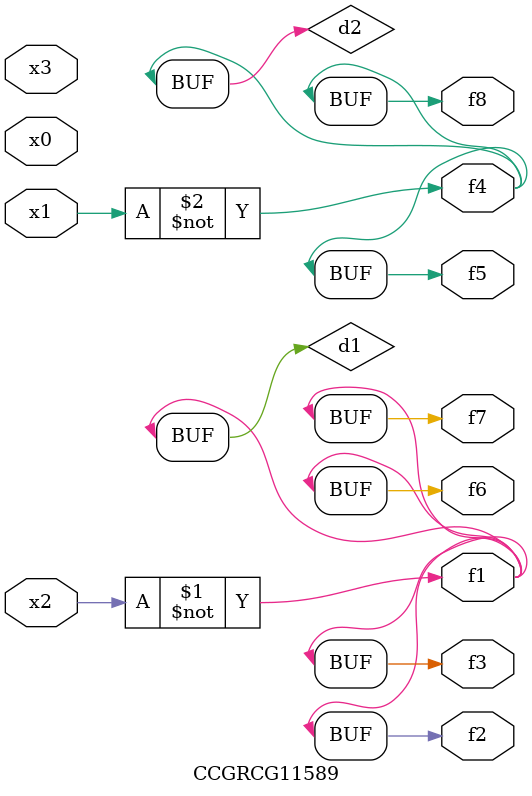
<source format=v>
module CCGRCG11589(
	input x0, x1, x2, x3,
	output f1, f2, f3, f4, f5, f6, f7, f8
);

	wire d1, d2;

	xnor (d1, x2);
	not (d2, x1);
	assign f1 = d1;
	assign f2 = d1;
	assign f3 = d1;
	assign f4 = d2;
	assign f5 = d2;
	assign f6 = d1;
	assign f7 = d1;
	assign f8 = d2;
endmodule

</source>
